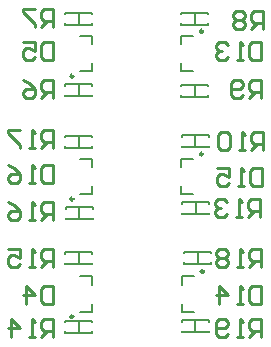
<source format=gbr>
%TF.GenerationSoftware,Altium Limited,Altium Designer,18.1.9 (240)*%
G04 Layer_Color=32896*
%FSLAX26Y26*%
%MOIN*%
%TF.FileFunction,Legend,Bot*%
%TF.Part,Single*%
G01*
G75*
%TA.AperFunction,NonConductor*%
%ADD43C,0.009842*%
%ADD44C,0.005906*%
%ADD45C,0.007874*%
%ADD46C,0.010000*%
D43*
X2620488Y3877052D02*
G03*
X2620488Y3877052I-4921J0D01*
G01*
Y3467410D02*
G03*
X2620488Y3467410I-4921J0D01*
G01*
Y3075619D02*
G03*
X2620488Y3075619I-4921J0D01*
G01*
X3052449Y4026659D02*
G03*
X3052449Y4026659I-4921J0D01*
G01*
X3052449Y3617017D02*
G03*
X3052449Y3617017I-4921J0D01*
G01*
X3054985Y3225225D02*
G03*
X3054985Y3225225I-4921J0D01*
G01*
D44*
X2593307Y4083855D02*
Y4088855D01*
X2683307D01*
Y4083855D02*
Y4088855D01*
Y4048855D02*
Y4053855D01*
X2593307Y4048855D02*
X2683307D01*
X2593307D02*
Y4053855D01*
X2638307Y4048855D02*
Y4088855D01*
X2593307Y3844855D02*
Y3849855D01*
X2683307D01*
Y3844855D02*
Y3849855D01*
Y3809855D02*
Y3814855D01*
X2593307Y3809855D02*
X2683307D01*
X2593307D02*
Y3814855D01*
X2638307Y3809855D02*
Y3849855D01*
X2593205Y3673816D02*
Y3678816D01*
X2683205D01*
Y3673816D02*
Y3678816D01*
Y3638816D02*
Y3643816D01*
X2593205Y3638816D02*
X2683205D01*
X2593205D02*
Y3643816D01*
X2638205Y3638816D02*
Y3678816D01*
X2594638Y3434816D02*
Y3439816D01*
X2684638D01*
Y3434816D02*
Y3439816D01*
Y3399816D02*
Y3404816D01*
X2594638Y3399816D02*
X2684638D01*
X2594638D02*
Y3404816D01*
X2639638Y3399816D02*
Y3439816D01*
X2592670Y3285422D02*
Y3290422D01*
X2682670D01*
Y3285422D02*
Y3290422D01*
Y3250422D02*
Y3255422D01*
X2592670Y3250422D02*
X2682670D01*
X2592670D02*
Y3255422D01*
X2637670Y3250422D02*
Y3290422D01*
X2592670Y3056950D02*
Y3061950D01*
X2682670D01*
Y3056950D02*
Y3061950D01*
Y3021950D02*
Y3026950D01*
X2592670Y3021950D02*
X2682670D01*
X2592670D02*
Y3026950D01*
X2637670Y3021950D02*
Y3061950D01*
X3070161Y4048855D02*
Y4053855D01*
X2980161Y4048855D02*
X3070161D01*
X2980161D02*
Y4053855D01*
Y4083855D02*
Y4088855D01*
X3070161D01*
Y4083855D02*
Y4088855D01*
X3025161Y4048855D02*
Y4088855D01*
X3070158Y3808855D02*
Y3813855D01*
X2980158Y3808855D02*
X3070158D01*
X2980158D02*
Y3813855D01*
Y3843855D02*
Y3848855D01*
X3070158D01*
Y3843855D02*
Y3848855D01*
X3025158Y3808855D02*
Y3848855D01*
X3072638Y3417000D02*
Y3422000D01*
X2982638Y3417000D02*
X3072638D01*
X2982638D02*
Y3422000D01*
Y3452000D02*
Y3457000D01*
X3072638D01*
Y3452000D02*
Y3457000D01*
X3027638Y3417000D02*
Y3457000D01*
X3071638Y3640000D02*
Y3645000D01*
X2981638Y3640000D02*
X3071638D01*
X2981638D02*
Y3645000D01*
Y3675000D02*
Y3680000D01*
X3071638D01*
Y3675000D02*
Y3680000D01*
X3026638Y3640000D02*
Y3680000D01*
X3079426Y3252021D02*
Y3257021D01*
X2989426Y3252021D02*
X3079426D01*
X2989426D02*
Y3257021D01*
Y3287021D02*
Y3292021D01*
X3079426D01*
Y3287021D02*
Y3292021D01*
X3034426Y3252021D02*
Y3292021D01*
X3071290Y3023052D02*
Y3028052D01*
X2981290Y3023052D02*
X3071290D01*
X2981290D02*
Y3028052D01*
Y3058052D02*
Y3063052D01*
X3071290D01*
Y3058052D02*
Y3063052D01*
X3026290Y3023052D02*
Y3063052D01*
D45*
X2643126Y3892800D02*
X2682496D01*
Y3920359D01*
X2643126Y4010910D02*
X2682496D01*
Y3983351D02*
Y4010910D01*
X2643126Y3483159D02*
X2682496D01*
Y3510718D01*
X2643126Y3601269D02*
X2682496D01*
Y3573710D02*
Y3601269D01*
X2643126Y3091367D02*
X2682496D01*
Y3118926D01*
X2643126Y3209477D02*
X2682496D01*
Y3181918D02*
Y3209477D01*
X2980599Y4010910D02*
X3019969D01*
X2980599Y3983351D02*
Y4010910D01*
Y3892800D02*
X3019969D01*
X2980599D02*
Y3920359D01*
X2980599Y3601269D02*
X3019969D01*
X2980599Y3573710D02*
Y3601269D01*
Y3483159D02*
X3019969D01*
X2980599D02*
Y3510718D01*
X2983134Y3209477D02*
X3022504D01*
X2983134Y3181918D02*
Y3209477D01*
Y3091367D02*
X3022504D01*
X2983134D02*
Y3118926D01*
D46*
X3245566Y3006887D02*
Y3066867D01*
X3215575D01*
X3205579Y3056870D01*
Y3036877D01*
X3215575Y3026880D01*
X3245566D01*
X3225572D02*
X3205579Y3006887D01*
X3185585D02*
X3165592D01*
X3175588D01*
Y3066867D01*
X3185585Y3056870D01*
X3135601Y3016883D02*
X3125605Y3006887D01*
X3105611D01*
X3095614Y3016883D01*
Y3056870D01*
X3105611Y3066867D01*
X3125605D01*
X3135601Y3056870D01*
Y3046874D01*
X3125605Y3036877D01*
X3095614D01*
X3246339Y3241855D02*
Y3301836D01*
X3216349D01*
X3206352Y3291839D01*
Y3271846D01*
X3216349Y3261849D01*
X3246339D01*
X3226345D02*
X3206352Y3241855D01*
X3186358D02*
X3166365D01*
X3176361D01*
Y3301836D01*
X3186358Y3291839D01*
X3136374D02*
X3126378Y3301836D01*
X3106384D01*
X3096387Y3291839D01*
Y3281842D01*
X3106384Y3271846D01*
X3096387Y3261849D01*
Y3251852D01*
X3106384Y3241855D01*
X3126378D01*
X3136374Y3251852D01*
Y3261849D01*
X3126378Y3271846D01*
X3136374Y3281842D01*
Y3291839D01*
X3126378Y3271846D02*
X3106384D01*
X2552410Y3636816D02*
Y3696796D01*
X2522419D01*
X2512423Y3686800D01*
Y3666806D01*
X2522419Y3656809D01*
X2552410D01*
X2532416D02*
X2512423Y3636816D01*
X2492429D02*
X2472436D01*
X2482432D01*
Y3696796D01*
X2492429Y3686800D01*
X2442445Y3696796D02*
X2402458D01*
Y3686800D01*
X2442445Y3646813D01*
Y3636816D01*
X2552410Y3398162D02*
Y3458143D01*
X2522419D01*
X2512423Y3448146D01*
Y3428153D01*
X2522419Y3418156D01*
X2552410D01*
X2532416D02*
X2512423Y3398162D01*
X2492429D02*
X2472436D01*
X2482432D01*
Y3458143D01*
X2492429Y3448146D01*
X2402458Y3458143D02*
X2422452Y3448146D01*
X2442445Y3428153D01*
Y3408159D01*
X2432448Y3398162D01*
X2412455D01*
X2402458Y3408159D01*
Y3418156D01*
X2412455Y3428153D01*
X2442445D01*
X2552410Y3241855D02*
Y3301836D01*
X2522419D01*
X2512423Y3291839D01*
Y3271846D01*
X2522419Y3261849D01*
X2552410D01*
X2532416D02*
X2512423Y3241855D01*
X2492429D02*
X2472436D01*
X2482432D01*
Y3301836D01*
X2492429Y3291839D01*
X2402458Y3301836D02*
X2442445D01*
Y3271846D01*
X2422452Y3281842D01*
X2412455D01*
X2402458Y3271846D01*
Y3251852D01*
X2412455Y3241855D01*
X2432448D01*
X2442445Y3251852D01*
X2552410Y3006887D02*
Y3066867D01*
X2522419D01*
X2512423Y3056870D01*
Y3036877D01*
X2522419Y3026880D01*
X2552410D01*
X2532416D02*
X2512423Y3006887D01*
X2492429D02*
X2472436D01*
X2482432D01*
Y3066867D01*
X2492429Y3056870D01*
X2412455Y3006887D02*
Y3066867D01*
X2442445Y3036877D01*
X2402458D01*
X3244000Y3409000D02*
Y3468981D01*
X3214010D01*
X3204013Y3458984D01*
Y3438990D01*
X3214010Y3428994D01*
X3244000D01*
X3224006D02*
X3204013Y3409000D01*
X3184019D02*
X3164026D01*
X3174023D01*
Y3468981D01*
X3184019Y3458984D01*
X3134036D02*
X3124039Y3468981D01*
X3104045D01*
X3094048Y3458984D01*
Y3448987D01*
X3104045Y3438990D01*
X3114042D01*
X3104045D01*
X3094048Y3428994D01*
Y3418997D01*
X3104045Y3409000D01*
X3124039D01*
X3134036Y3418997D01*
X3252000Y3632000D02*
Y3691981D01*
X3222010D01*
X3212013Y3681984D01*
Y3661990D01*
X3222010Y3651994D01*
X3252000D01*
X3232006D02*
X3212013Y3632000D01*
X3192019D02*
X3172026D01*
X3182023D01*
Y3691981D01*
X3192019Y3681984D01*
X3142036D02*
X3132039Y3691981D01*
X3112045D01*
X3102048Y3681984D01*
Y3641997D01*
X3112045Y3632000D01*
X3132039D01*
X3142036Y3641997D01*
Y3681984D01*
X3246339Y3803540D02*
Y3863521D01*
X3216349D01*
X3206352Y3853524D01*
Y3833531D01*
X3216349Y3823534D01*
X3246339D01*
X3226345D02*
X3206352Y3803540D01*
X3186358Y3813537D02*
X3176361Y3803540D01*
X3156368D01*
X3146371Y3813537D01*
Y3853524D01*
X3156368Y3863521D01*
X3176361D01*
X3186358Y3853524D01*
Y3843528D01*
X3176361Y3833531D01*
X3146371D01*
X3251476Y4035438D02*
Y4095419D01*
X3221486D01*
X3211489Y4085422D01*
Y4065428D01*
X3221486Y4055432D01*
X3251476D01*
X3231483D02*
X3211489Y4035438D01*
X3191496Y4085422D02*
X3181499Y4095419D01*
X3161505D01*
X3151508Y4085422D01*
Y4075425D01*
X3161505Y4065428D01*
X3151508Y4055432D01*
Y4045435D01*
X3161505Y4035438D01*
X3181499D01*
X3191496Y4045435D01*
Y4055432D01*
X3181499Y4065428D01*
X3191496Y4075425D01*
Y4085422D01*
X3181499Y4065428D02*
X3161505D01*
X2552410Y4040438D02*
Y4100419D01*
X2522419D01*
X2512423Y4090422D01*
Y4070428D01*
X2522419Y4060432D01*
X2552410D01*
X2532416D02*
X2512423Y4040438D01*
X2492429Y4100419D02*
X2452442D01*
Y4090422D01*
X2492429Y4050435D01*
Y4040438D01*
X2552410Y3803540D02*
Y3863521D01*
X2522419D01*
X2512423Y3853524D01*
Y3833531D01*
X2522419Y3823534D01*
X2552410D01*
X2532416D02*
X2512423Y3803540D01*
X2452442Y3863521D02*
X2472436Y3853524D01*
X2492429Y3833531D01*
Y3813537D01*
X2482432Y3803540D01*
X2462439D01*
X2452442Y3813537D01*
Y3823534D01*
X2462439Y3833531D01*
X2492429D01*
X2552410Y3582509D02*
Y3522528D01*
X2522419D01*
X2512423Y3532525D01*
Y3572512D01*
X2522419Y3582509D01*
X2552410D01*
X2492429Y3522528D02*
X2472436D01*
X2482432D01*
Y3582509D01*
X2492429Y3572512D01*
X2402458Y3582509D02*
X2422452Y3572512D01*
X2442445Y3552519D01*
Y3532525D01*
X2432448Y3522528D01*
X2412455D01*
X2402458Y3532525D01*
Y3542522D01*
X2412455Y3552519D01*
X2442445D01*
X3247835Y3570698D02*
Y3510718D01*
X3217845D01*
X3207848Y3520714D01*
Y3560701D01*
X3217845Y3570698D01*
X3247835D01*
X3187854Y3510718D02*
X3167861D01*
X3177858D01*
Y3570698D01*
X3187854Y3560701D01*
X3097883Y3570698D02*
X3137871D01*
Y3540708D01*
X3117877Y3550705D01*
X3107880D01*
X3097883Y3540708D01*
Y3520714D01*
X3107880Y3510718D01*
X3127874D01*
X3137871Y3520714D01*
X3246339Y3178907D02*
Y3118926D01*
X3216349D01*
X3206352Y3128923D01*
Y3168910D01*
X3216349Y3178907D01*
X3246339D01*
X3186358Y3118926D02*
X3166365D01*
X3176361D01*
Y3178907D01*
X3186358Y3168910D01*
X3106384Y3118926D02*
Y3178907D01*
X3136374Y3148916D01*
X3096387D01*
X3246339Y3991478D02*
Y3931497D01*
X3216349D01*
X3206352Y3941494D01*
Y3981481D01*
X3216349Y3991478D01*
X3246339D01*
X3186358Y3931497D02*
X3166365D01*
X3176361D01*
Y3991478D01*
X3186358Y3981481D01*
X3136374D02*
X3126378Y3991478D01*
X3106384D01*
X3096387Y3981481D01*
Y3971484D01*
X3106384Y3961488D01*
X3116381D01*
X3106384D01*
X3096387Y3951491D01*
Y3941494D01*
X3106384Y3931497D01*
X3126378D01*
X3136374Y3941494D01*
X2552410Y3992151D02*
Y3932170D01*
X2522419D01*
X2512423Y3942167D01*
Y3982154D01*
X2522419Y3992151D01*
X2552410D01*
X2452442D02*
X2492429D01*
Y3962160D01*
X2472436Y3972157D01*
X2462439D01*
X2452442Y3962160D01*
Y3942167D01*
X2462439Y3932170D01*
X2482432D01*
X2492429Y3942167D01*
X2552410Y3178907D02*
Y3118926D01*
X2522419D01*
X2512423Y3128923D01*
Y3168910D01*
X2522419Y3178907D01*
X2552410D01*
X2462439Y3118926D02*
Y3178907D01*
X2492429Y3148916D01*
X2452442D01*
%TF.MD5,96d47c637e1145d63c8ca4a9c7572aff*%
M02*

</source>
